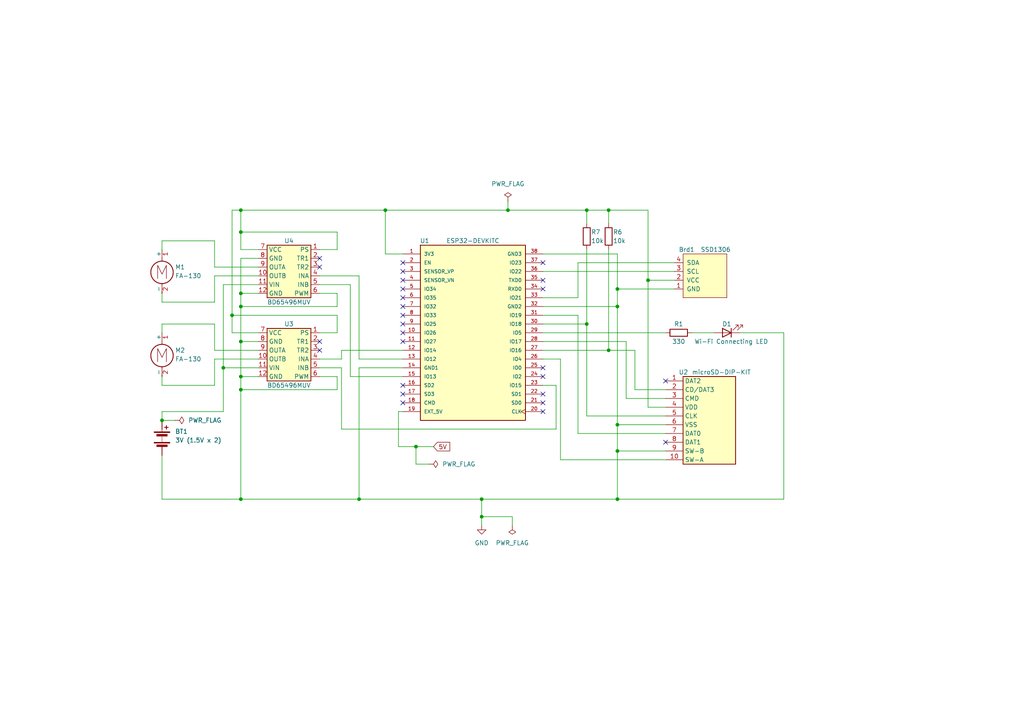
<source format=kicad_sch>
(kicad_sch (version 20230121) (generator eeschema)
  (paper "A4")
  (title_block (title "モーターコントロールサンプル") (date "2024-03-12") (rev "1.0") (comment 1 "SDカードスロット") (comment 2 "OLED(SSD1306)") (comment 3 "モータードライバ(BD65496) x2") (comment 4 "モーター(FA-130) x2"))
  (lib_symbols
    (symbol "Akizuki_Library:microSD_DIP_KIT"
      (property "Reference" "U" (at 0 3.81 0))
      (property "Value" "microSD-DIP-KIT" (at 0 1.27 0))
      (symbol "microSD_DIP_KIT_1_1"
        (rectangle (start -6.35 0) (end 8.89 -25.4) (stroke (width 0.254)) (fill (type background)))
        (pin bidirectional line (at -11.43 -1.27 0) (length 5.08) (name "DAT2") (number "1"))
        (pin passive line (at -11.43 -24.13 0) (length 5.08) (name "SW-A") (number "10"))
        (pin bidirectional line (at -11.43 -3.81 0) (length 5.08) (name "CD/DAT3") (number "2"))
        (pin bidirectional line (at -11.43 -6.35 0) (length 5.08) (name "CMD") (number "3"))
        (pin power_in line (at -11.43 -8.89 0) (length 5.08) (name "VDD") (number "4"))
        (pin bidirectional line (at -11.43 -11.43 0) (length 5.08) (name "CLK") (number "5"))
        (pin power_in line (at -11.43 -13.97 0) (length 5.08) (name "VSS") (number "6"))
        (pin bidirectional line (at -11.43 -16.51 0) (length 5.08) (name "DAT0") (number "7"))
        (pin bidirectional line (at -11.43 -19.05 0) (length 5.08) (name "DAT1") (number "8"))
        (pin passive line (at -11.43 -21.59 0) (length 5.08) (name "SW-B") (number "9"))
      )
    )
    (symbol "BD65496MUV_Driver_1"
      (property "Reference" "U" (at 0 0 0))
      (property "Value" "BD65496MUV" (at 0 -17.78 0))
      (symbol "BD65496MUV_Driver_1_1_1"
        (rectangle (start -6.35 -1.27) (end 6.35 -16.51) (stroke (width 0.254)) (fill (type background)))
        (pin input line (at -8.89 -2.54 0) (length 2.54) (name "PS") (number "1"))
        (pin output line (at 8.89 -10.16 180) (length 2.54) (name "OUTB") (number "10"))
        (pin power_in line (at 8.89 -12.7 180) (length 2.54) (name "VIN") (number "11"))
        (pin power_in line (at 8.89 -15.24 180) (length 2.54) (name "GND") (number "12"))
        (pin input line (at -8.89 -5.08 0) (length 2.54) (name "TR1") (number "2"))
        (pin input line (at -8.89 -7.62 0) (length 2.54) (name "TR2") (number "3"))
        (pin input line (at -8.89 -10.16 0) (length 2.54) (name "INA") (number "4"))
        (pin input line (at -8.89 -12.7 0) (length 2.54) (name "INB") (number "5"))
        (pin input line (at -8.89 -15.24 0) (length 2.54) (name "PWM") (number "6"))
        (pin power_in line (at 8.89 -2.54 180) (length 2.54) (name "VCC") (number "7"))
        (pin power_in line (at 8.89 -5.08 180) (length 2.54) (name "GND") (number "8"))
        (pin output line (at 8.89 -7.62 180) (length 2.54) (name "OUTA") (number "9"))
      )
    )
    (symbol "Device:Battery" (pin_numbers hide) (pin_names (offset 0) hide)
      (property "Reference" "BT" (at 2.54 2.54 0))
      (property "Value" "Battery" (at 2.54 0 0))
      (symbol "Battery_0_1"
        (rectangle (start -2.286 -1.27) (end 2.286 -1.524) (fill (type outline)))
        (rectangle (start -2.286 1.778) (end 2.286 1.524) (fill (type outline)))
        (rectangle (start -1.524 -2.032) (end 1.524 -2.54) (fill (type outline)))
        (rectangle (start -1.524 1.016) (end 1.524 0.508) (fill (type outline)))
        (polyline (pts (xy 0 -1.016) (xy 0 -0.762)))
        (polyline (pts (xy 0 -0.508) (xy 0 -0.254)))
        (polyline (pts (xy 0 0) (xy 0 0.254)))
        (polyline (pts (xy 0 1.778) (xy 0 2.54)))
        (polyline (pts (xy 0.762 3.048) (xy 1.778 3.048)) (stroke (width 0.254)))
        (polyline (pts (xy 1.27 3.556) (xy 1.27 2.54)) (stroke (width 0.254)))
      )
      (symbol "Battery_1_1"
        (pin passive line (at 0 5.08 270) (length 2.54) (name "+") (number "1"))
        (pin passive line (at 0 -5.08 90) (length 2.54) (name "-") (number "2"))
      )
    )
    (symbol "Device:LED" (pin_numbers hide) (pin_names (offset 1.016) hide)
      (property "Reference" "D" (at 0 2.54 0))
      (property "Value" "LED" (at 0 -2.54 0))
      (symbol "LED_0_1"
        (polyline (pts (xy -1.27 -1.27) (xy -1.27 1.27)) (stroke (width 0.254)))
        (polyline (pts (xy -1.27 0) (xy 1.27 0)))
        (polyline (pts (xy 1.27 -1.27) (xy 1.27 1.27) (xy -1.27 0) (xy 1.27 -1.27)) (stroke (width 0.254)))
        (polyline (pts (xy -3.048 -0.762) (xy -4.572 -2.286) (xy -3.81 -2.286) (xy -4.572 -2.286) (xy -4.572 -1.524)))
        (polyline (pts (xy -1.778 -0.762) (xy -3.302 -2.286) (xy -2.54 -2.286) (xy -3.302 -2.286) (xy -3.302 -1.524)))
      )
      (symbol "LED_1_1"
        (pin passive line (at -3.81 0 0) (length 2.54) (name "K") (number "1"))
        (pin passive line (at 3.81 0 180) (length 2.54) (name "A") (number "2"))
      )
    )
    (symbol "Device:R" (pin_numbers hide) (pin_names (offset 0))
      (property "Reference" "R" (at 2.032 0 90))
      (property "Value" "R" (at 0 0 90))
      (symbol "R_0_1"
        (rectangle (start -1.016 -2.54) (end 1.016 2.54) (stroke (width 0.254)))
      )
      (symbol "R_1_1"
        (pin passive line (at 0 3.81 270) (length 1.27) (name "~") (number "1"))
        (pin passive line (at 0 -3.81 90) (length 1.27) (name "~") (number "2"))
      )
    )
    (symbol "ESP32-DEVKITC:ESP32-DEVKITC" (pin_names (offset 1.016))
      (property "Reference" "U" (at -15.2572 26.0643 0))
      (property "Value" "ESP32-DEVKITC" (at -15.2563 -27.9698 0))
      (symbol "ESP32-DEVKITC_0_0"
        (rectangle (start -15.24 -25.4) (end 15.24 25.4) (stroke (width 0.254)) (fill (type background)))
        (pin power_in line (at -20.32 22.86 0) (length 5.08) (name "3V3") (number "1"))
        (pin bidirectional line (at -20.32 0 0) (length 5.08) (name "IO26") (number "10"))
        (pin bidirectional line (at -20.32 -2.54 0) (length 5.08) (name "IO27") (number "11"))
        (pin bidirectional line (at -20.32 -5.08 0) (length 5.08) (name "IO14") (number "12"))
        (pin bidirectional line (at -20.32 -7.62 0) (length 5.08) (name "IO12") (number "13"))
        (pin power_in line (at -20.32 -10.16 0) (length 5.08) (name "GND1") (number "14"))
        (pin bidirectional line (at -20.32 -12.7 0) (length 5.08) (name "IO13") (number "15"))
        (pin bidirectional line (at -20.32 -15.24 0) (length 5.08) (name "SD2") (number "16"))
        (pin bidirectional line (at -20.32 -17.78 0) (length 5.08) (name "SD3") (number "17"))
        (pin bidirectional line (at -20.32 -20.32 0) (length 5.08) (name "CMD") (number "18"))
        (pin power_in line (at -20.32 -22.86 0) (length 5.08) (name "EXT_5V") (number "19"))
        (pin input line (at -20.32 20.32 0) (length 5.08) (name "EN") (number "2"))
        (pin input clock (at 20.32 -22.86 180) (length 5.08) (name "CLK") (number "20"))
        (pin bidirectional line (at 20.32 -20.32 180) (length 5.08) (name "SD0") (number "21"))
        (pin bidirectional line (at 20.32 -17.78 180) (length 5.08) (name "SD1") (number "22"))
        (pin bidirectional line (at 20.32 -15.24 180) (length 5.08) (name "IO15") (number "23"))
        (pin bidirectional line (at 20.32 -12.7 180) (length 5.08) (name "IO2") (number "24"))
        (pin bidirectional line (at 20.32 -10.16 180) (length 5.08) (name "IO0") (number "25"))
        (pin bidirectional line (at 20.32 -7.62 180) (length 5.08) (name "IO4") (number "26"))
        (pin bidirectional line (at 20.32 -5.08 180) (length 5.08) (name "IO16") (number "27"))
        (pin bidirectional line (at 20.32 -2.54 180) (length 5.08) (name "IO17") (number "28"))
        (pin bidirectional line (at 20.32 0 180) (length 5.08) (name "IO5") (number "29"))
        (pin input line (at -20.32 17.78 0) (length 5.08) (name "SENSOR_VP") (number "3"))
        (pin bidirectional line (at 20.32 2.54 180) (length 5.08) (name "IO18") (number "30"))
        (pin bidirectional line (at 20.32 5.08 180) (length 5.08) (name "IO19") (number "31"))
        (pin power_in line (at 20.32 7.62 180) (length 5.08) (name "GND2") (number "32"))
        (pin bidirectional line (at 20.32 10.16 180) (length 5.08) (name "IO21") (number "33"))
        (pin input line (at 20.32 12.7 180) (length 5.08) (name "RXD0") (number "34"))
        (pin output line (at 20.32 15.24 180) (length 5.08) (name "TXD0") (number "35"))
        (pin bidirectional line (at 20.32 17.78 180) (length 5.08) (name "IO22") (number "36"))
        (pin bidirectional line (at 20.32 20.32 180) (length 5.08) (name "IO23") (number "37"))
        (pin power_in line (at 20.32 22.86 180) (length 5.08) (name "GND3") (number "38"))
        (pin input line (at -20.32 15.24 0) (length 5.08) (name "SENSOR_VN") (number "4"))
        (pin bidirectional line (at -20.32 12.7 0) (length 5.08) (name "IO34") (number "5"))
        (pin bidirectional line (at -20.32 10.16 0) (length 5.08) (name "IO35") (number "6"))
        (pin bidirectional line (at -20.32 7.62 0) (length 5.08) (name "IO32") (number "7"))
        (pin bidirectional line (at -20.32 5.08 0) (length 5.08) (name "IO33") (number "8"))
        (pin bidirectional line (at -20.32 2.54 0) (length 5.08) (name "IO25") (number "9"))
      )
    )
    (symbol "Motor:Motor_DC" (pin_names (offset 0))
      (property "Reference" "M" (at 2.54 2.54 0))
      (property "Value" "Motor_DC" (at 2.54 -5.08 0))
      (symbol "Motor_DC_0_0"
        (polyline (pts (xy -1.27 -3.302) (xy -1.27 0.508) (xy 0 -2.032) (xy 1.27 0.508) (xy 1.27 -3.302)))
      )
      (symbol "Motor_DC_0_1"
        (circle (center 0 -1.524) (radius 3.2512) (stroke (width 0.254)))
        (polyline (pts (xy 0 -7.62) (xy 0 -7.112)))
        (polyline (pts (xy 0 -4.7752) (xy 0 -5.1816)))
        (polyline (pts (xy 0 1.7272) (xy 0 2.0828)))
        (polyline (pts (xy 0 2.032) (xy 0 2.54)))
      )
      (symbol "Motor_DC_1_1"
        (pin passive line (at 0 5.08 270) (length 2.54) (name "+") (number "1"))
        (pin passive line (at 0 -7.62 90) (length 2.54) (name "-") (number "2"))
      )
    )
    (symbol "SSD1306-128x64_OLED:SSD1306" (pin_names (offset 1.016))
      (property "Reference" "Brd" (at 0 -3.81 0))
      (property "Value" "SSD1306" (at 0 -1.27 0))
      (symbol "SSD1306_0_1"
        (rectangle (start -6.35 6.35) (end 6.35 -6.35) (fill (type background)))
      )
      (symbol "SSD1306_1_1"
        (pin input line (at -3.81 8.89 270) (length 2.54) (name "GND") (number "1"))
        (pin input line (at -1.27 8.89 270) (length 2.54) (name "VCC") (number "2"))
        (pin input line (at 1.27 8.89 270) (length 2.54) (name "SCL") (number "3"))
        (pin input line (at 3.81 8.89 270) (length 2.54) (name "SDA") (number "4"))
      )
    )
    (symbol "SWITCH_SCIENCE_Library:BD65496MUV_Driver"
      (property "Reference" "U" (at 0 0 0))
      (property "Value" "BD65496MUV" (at 0 -17.78 0))
      (symbol "BD65496MUV_Driver_1_1"
        (rectangle (start -6.35 -1.27) (end 6.35 -16.51) (stroke (width 0.254)) (fill (type background)))
        (pin input line (at -8.89 -2.54 0) (length 2.54) (name "PS") (number "1"))
        (pin output line (at 8.89 -10.16 180) (length 2.54) (name "OUTB") (number "10"))
        (pin power_in line (at 8.89 -12.7 180) (length 2.54) (name "VIN") (number "11"))
        (pin power_in line (at 8.89 -15.24 180) (length 2.54) (name "GND") (number "12"))
        (pin input line (at -8.89 -5.08 0) (length 2.54) (name "TR1") (number "2"))
        (pin input line (at -8.89 -7.62 0) (length 2.54) (name "TR2") (number "3"))
        (pin input line (at -8.89 -10.16 0) (length 2.54) (name "INA") (number "4"))
        (pin input line (at -8.89 -12.7 0) (length 2.54) (name "INB") (number "5"))
        (pin input line (at -8.89 -15.24 0) (length 2.54) (name "PWM") (number "6"))
        (pin power_in line (at 8.89 -2.54 180) (length 2.54) (name "VCC") (number "7"))
        (pin power_in line (at 8.89 -5.08 180) (length 2.54) (name "GND") (number "8"))
        (pin output line (at 8.89 -7.62 180) (length 2.54) (name "OUTA") (number "9"))
      )
    )
    (symbol "power:GND" (power) (pin_names (offset 0))
      (property "Value" "GND" (at 0 -3.81 0))
      (symbol "GND_0_1"
        (polyline (pts (xy 0 0) (xy 0 -1.27) (xy 1.27 -1.27) (xy 0 -2.54) (xy -1.27 -1.27) (xy 0 -1.27)))
      )
      (symbol "GND_1_1"
        (pin power_in line (at 0 0 270) (length 0) hide (name "GND") (number "1"))
      )
    )
    (symbol "power:PWR_FLAG" (power) (pin_numbers hide) (pin_names (offset 0) hide)
      (property "Value" "PWR_FLAG" (at 0 3.81 0))
      (symbol "PWR_FLAG_0_0"
        (pin power_out line (at 0 0 90) (length 0) (name "pwr") (number "1"))
      )
      (symbol "PWR_FLAG_0_1"
        (polyline (pts (xy 0 0) (xy 0 1.27) (xy -1.016 1.905) (xy 0 2.54) (xy 1.016 1.905) (xy 0 1.27)))
      )
    )
  )
  (junction (at 64.77 106.68))
  (junction (at 69.85 109.22))
  (junction (at 187.96 81.28))
  (junction (at 179.07 83.82))
  (junction (at 67.31 91.44))
  (junction (at 179.07 130.81))
  (junction (at 170.18 93.98))
  (junction (at 69.85 99.06))
  (junction (at 179.07 88.9))
  (junction (at 46.99 121.92))
  (junction (at 69.85 60.96))
  (junction (at 176.53 60.96))
  (junction (at 176.53 101.6))
  (junction (at 139.7 149.86))
  (junction (at 139.7 144.78))
  (junction (at 111.76 60.96))
  (junction (at 179.07 144.78))
  (junction (at 170.18 60.96))
  (junction (at 69.85 113.03))
  (junction (at 147.32 60.96))
  (junction (at 179.07 123.19))
  (junction (at 69.85 85.09))
  (junction (at 120.65 129.54))
  (junction (at 69.85 144.78))
  (junction (at 69.85 88.9))
  (junction (at 69.85 67.31))
  (junction (at 104.14 144.78))
  (no_connect (at 157.48 109.22))
  (no_connect (at 116.84 91.44))
  (no_connect (at 157.48 119.38))
  (no_connect (at 193.04 128.27))
  (no_connect (at 92.71 99.06))
  (no_connect (at 92.71 74.93))
  (no_connect (at 116.84 83.82))
  (no_connect (at 116.84 96.52))
  (no_connect (at 157.48 114.3))
  (no_connect (at 193.04 110.49))
  (no_connect (at 116.84 78.74))
  (no_connect (at 157.48 76.2))
  (no_connect (at 157.48 83.82))
  (no_connect (at 116.84 111.76))
  (no_connect (at 116.84 116.84))
  (no_connect (at 157.48 116.84))
  (no_connect (at 116.84 86.36))
  (no_connect (at 157.48 81.28))
  (no_connect (at 92.71 77.47))
  (no_connect (at 116.84 88.9))
  (no_connect (at 116.84 99.06))
  (no_connect (at 157.48 106.68))
  (no_connect (at 116.84 93.98))
  (no_connect (at 116.84 76.2))
  (no_connect (at 116.84 114.3))
  (no_connect (at 116.84 81.28))
  (no_connect (at 92.71 101.6))
  (wire (pts (xy 161.29 111.76) (xy 161.29 124.46)))
  (wire (pts (xy 170.18 64.77) (xy 170.18 60.96)))
  (wire (pts (xy 167.64 125.73) (xy 167.64 91.44)))
  (wire (pts (xy 69.85 60.96) (xy 69.85 67.31)))
  (wire (pts (xy 116.84 104.14) (xy 104.14 104.14)))
  (wire (pts (xy 62.23 111.76) (xy 46.99 111.76)))
  (wire (pts (xy 62.23 87.63) (xy 62.23 80.01)))
  (wire (pts (xy 120.65 129.54) (xy 115.57 129.54)))
  (wire (pts (xy 46.99 119.38) (xy 46.99 121.92)))
  (wire (pts (xy 64.77 106.68) (xy 74.93 106.68)))
  (wire (pts (xy 69.85 99.06) (xy 74.93 99.06)))
  (wire (pts (xy 67.31 96.52) (xy 67.31 91.44)))
  (wire (pts (xy 97.79 67.31) (xy 97.79 72.39)))
  (wire (pts (xy 69.85 72.39) (xy 74.93 72.39)))
  (wire (pts (xy 116.84 73.66) (xy 111.76 73.66)))
  (wire (pts (xy 157.48 86.36) (xy 167.64 86.36)))
  (wire (pts (xy 167.64 76.2) (xy 195.58 76.2)))
  (wire (pts (xy 139.7 149.86) (xy 139.7 152.4)))
  (wire (pts (xy 62.23 77.47) (xy 62.23 69.85)))
  (wire (pts (xy 92.71 72.39) (xy 97.79 72.39)))
  (wire (pts (xy 74.93 101.6) (xy 62.23 101.6)))
  (wire (pts (xy 157.48 88.9) (xy 179.07 88.9)))
  (wire (pts (xy 62.23 93.98) (xy 46.99 93.98)))
  (wire (pts (xy 157.48 91.44) (xy 167.64 91.44)))
  (wire (pts (xy 157.48 78.74) (xy 195.58 78.74)))
  (wire (pts (xy 74.93 96.52) (xy 67.31 96.52)))
  (wire (pts (xy 69.85 88.9) (xy 97.79 88.9)))
  (wire (pts (xy 74.93 74.93) (xy 69.85 74.93)))
  (wire (pts (xy 104.14 80.01) (xy 104.14 104.14)))
  (wire (pts (xy 148.59 149.86) (xy 139.7 149.86)))
  (wire (pts (xy 116.84 101.6) (xy 99.06 101.6)))
  (wire (pts (xy 99.06 104.14) (xy 92.71 104.14)))
  (wire (pts (xy 64.77 119.38) (xy 46.99 119.38)))
  (wire (pts (xy 162.56 133.35) (xy 193.04 133.35)))
  (wire (pts (xy 46.99 121.92) (xy 50.8 121.92)))
  (wire (pts (xy 46.99 132.08) (xy 46.99 144.78)))
  (wire (pts (xy 64.77 106.68) (xy 64.77 119.38)))
  (wire (pts (xy 104.14 106.68) (xy 104.14 144.78)))
  (wire (pts (xy 69.85 67.31) (xy 97.79 67.31)))
  (wire (pts (xy 92.71 96.52) (xy 97.79 96.52)))
  (wire (pts (xy 101.6 82.55) (xy 101.6 109.22)))
  (wire (pts (xy 46.99 85.09) (xy 46.99 87.63)))
  (wire (pts (xy 200.66 96.52) (xy 207.01 96.52)))
  (wire (pts (xy 67.31 60.96) (xy 67.31 91.44)))
  (wire (pts (xy 104.14 80.01) (xy 92.71 80.01)))
  (wire (pts (xy 62.23 69.85) (xy 46.99 69.85)))
  (wire (pts (xy 139.7 144.78) (xy 139.7 149.86)))
  (wire (pts (xy 157.48 99.06) (xy 181.61 99.06)))
  (wire (pts (xy 69.85 109.22) (xy 74.93 109.22)))
  (wire (pts (xy 46.99 69.85) (xy 46.99 72.39)))
  (wire (pts (xy 179.07 130.81) (xy 193.04 130.81)))
  (wire (pts (xy 176.53 72.39) (xy 176.53 101.6)))
  (wire (pts (xy 157.48 111.76) (xy 161.29 111.76)))
  (wire (pts (xy 176.53 60.96) (xy 187.96 60.96)))
  (wire (pts (xy 170.18 72.39) (xy 170.18 93.98)))
  (wire (pts (xy 184.15 101.6) (xy 184.15 113.03)))
  (wire (pts (xy 69.85 85.09) (xy 74.93 85.09)))
  (wire (pts (xy 99.06 106.68) (xy 92.71 106.68)))
  (wire (pts (xy 104.14 144.78) (xy 139.7 144.78)))
  (wire (pts (xy 157.48 101.6) (xy 176.53 101.6)))
  (wire (pts (xy 147.32 58.42) (xy 147.32 60.96)))
  (wire (pts (xy 179.07 123.19) (xy 179.07 130.81)))
  (wire (pts (xy 67.31 91.44) (xy 97.79 91.44)))
  (wire (pts (xy 157.48 96.52) (xy 193.04 96.52)))
  (wire (pts (xy 67.31 60.96) (xy 69.85 60.96)))
  (wire (pts (xy 179.07 88.9) (xy 179.07 123.19)))
  (wire (pts (xy 120.65 134.62) (xy 120.65 129.54)))
  (wire (pts (xy 46.99 144.78) (xy 69.85 144.78)))
  (wire (pts (xy 181.61 115.57) (xy 193.04 115.57)))
  (wire (pts (xy 125.73 129.54) (xy 120.65 129.54)))
  (wire (pts (xy 176.53 101.6) (xy 184.15 101.6)))
  (wire (pts (xy 97.79 96.52) (xy 97.79 91.44)))
  (wire (pts (xy 69.85 144.78) (xy 104.14 144.78)))
  (wire (pts (xy 124.46 134.62) (xy 120.65 134.62)))
  (wire (pts (xy 101.6 109.22) (xy 116.84 109.22)))
  (wire (pts (xy 162.56 133.35) (xy 162.56 104.14)))
  (wire (pts (xy 187.96 81.28) (xy 187.96 118.11)))
  (wire (pts (xy 157.48 93.98) (xy 170.18 93.98)))
  (wire (pts (xy 62.23 104.14) (xy 62.23 111.76)))
  (wire (pts (xy 46.99 109.22) (xy 46.99 111.76)))
  (wire (pts (xy 111.76 60.96) (xy 69.85 60.96)))
  (wire (pts (xy 157.48 73.66) (xy 179.07 73.66)))
  (wire (pts (xy 74.93 104.14) (xy 62.23 104.14)))
  (wire (pts (xy 69.85 85.09) (xy 69.85 88.9)))
  (wire (pts (xy 92.71 85.09) (xy 97.79 85.09)))
  (wire (pts (xy 62.23 101.6) (xy 62.23 93.98)))
  (wire (pts (xy 69.85 113.03) (xy 97.79 113.03)))
  (wire (pts (xy 193.04 123.19) (xy 179.07 123.19)))
  (wire (pts (xy 179.07 144.78) (xy 227.33 144.78)))
  (wire (pts (xy 161.29 124.46) (xy 99.06 124.46)))
  (wire (pts (xy 187.96 60.96) (xy 187.96 81.28)))
  (wire (pts (xy 97.79 109.22) (xy 97.79 113.03)))
  (wire (pts (xy 97.79 85.09) (xy 97.79 88.9)))
  (wire (pts (xy 62.23 80.01) (xy 74.93 80.01)))
  (wire (pts (xy 170.18 120.65) (xy 170.18 93.98)))
  (wire (pts (xy 179.07 83.82) (xy 179.07 88.9)))
  (wire (pts (xy 176.53 64.77) (xy 176.53 60.96)))
  (wire (pts (xy 69.85 88.9) (xy 69.85 99.06)))
  (wire (pts (xy 184.15 113.03) (xy 193.04 113.03)))
  (wire (pts (xy 99.06 124.46) (xy 99.06 106.68)))
  (wire (pts (xy 111.76 73.66) (xy 111.76 60.96)))
  (wire (pts (xy 179.07 73.66) (xy 179.07 83.82)))
  (wire (pts (xy 69.85 99.06) (xy 69.85 109.22)))
  (wire (pts (xy 69.85 74.93) (xy 69.85 85.09)))
  (wire (pts (xy 148.59 152.4) (xy 148.59 149.86)))
  (wire (pts (xy 187.96 81.28) (xy 195.58 81.28)))
  (wire (pts (xy 69.85 67.31) (xy 69.85 72.39)))
  (wire (pts (xy 170.18 60.96) (xy 176.53 60.96)))
  (wire (pts (xy 46.99 87.63) (xy 62.23 87.63)))
  (wire (pts (xy 111.76 60.96) (xy 147.32 60.96)))
  (wire (pts (xy 187.96 118.11) (xy 193.04 118.11)))
  (wire (pts (xy 74.93 77.47) (xy 62.23 77.47)))
  (wire (pts (xy 214.63 96.52) (xy 227.33 96.52)))
  (wire (pts (xy 115.57 119.38) (xy 116.84 119.38)))
  (wire (pts (xy 227.33 96.52) (xy 227.33 144.78)))
  (wire (pts (xy 157.48 104.14) (xy 162.56 104.14)))
  (wire (pts (xy 181.61 99.06) (xy 181.61 115.57)))
  (wire (pts (xy 167.64 86.36) (xy 167.64 76.2)))
  (wire (pts (xy 64.77 82.55) (xy 74.93 82.55)))
  (wire (pts (xy 99.06 101.6) (xy 99.06 104.14)))
  (wire (pts (xy 46.99 93.98) (xy 46.99 96.52)))
  (wire (pts (xy 116.84 106.68) (xy 104.14 106.68)))
  (wire (pts (xy 179.07 130.81) (xy 179.07 144.78)))
  (wire (pts (xy 115.57 129.54) (xy 115.57 119.38)))
  (wire (pts (xy 69.85 109.22) (xy 69.85 113.03)))
  (wire (pts (xy 92.71 109.22) (xy 97.79 109.22)))
  (wire (pts (xy 170.18 120.65) (xy 193.04 120.65)))
  (wire (pts (xy 147.32 60.96) (xy 170.18 60.96)))
  (wire (pts (xy 92.71 82.55) (xy 101.6 82.55)))
  (wire (pts (xy 139.7 144.78) (xy 179.07 144.78)))
  (wire (pts (xy 195.58 83.82) (xy 179.07 83.82)))
  (wire (pts (xy 69.85 113.03) (xy 69.85 144.78)))
  (wire (pts (xy 167.64 125.73) (xy 193.04 125.73)))
  (wire (pts (xy 64.77 82.55) (xy 64.77 106.68)))
  (global_label "5V" (shape input) (at 125.73 129.54 0) (property "Intersheetrefs" "${INTERSHEET_REFS}" (effects hide)))
  (symbol (lib_id "Device:LED") (at 210.82 96.52 180) (unit 1)
    (property "Reference" "D1" (at 210.82 93.98 0))
    (property "Value" "Wi-Fi Connecting LED" (at 212.09 99.06 0))
    (property "Footprint" "LED_THT:LED_D5.0mm" (effects hide))
  )
  (symbol (lib_id "Motor:Motor_DC") (at 46.99 77.47 0) (unit 1)
    (property "Reference" "M1" (at 50.8 77.47 0) (effects (justify left)))
    (property "Value" "FA-130" (at 50.8 80.01 0) (effects (justify left)))
    (property "Footprint" "Connector_PinHeader_1.27mm:PinHeader_1x02_P1.27mm_Vertical" (effects hide))
  )
  (symbol (lib_id "power:PWR_FLAG") (at 50.8 121.92 270) (unit 1)
    (property "Reference" "#FLG04" (effects hide))
    (property "Value" "PWR_FLAG" (at 54.61 121.92 90) (effects (justify left)))
  )
  (symbol (lib_id "Akizuki_Library:microSD_DIP_KIT") (at 204.47 109.22 0) (unit 1)
    (property "Reference" "U2" (at 196.85 107.95 0) (effects (justify left)))
    (property "Value" "microSD-DIP-KIT" (at 200.66 107.95 0) (effects (justify left)))
    (property "Footprint" "Akizuki_Library:microSD-DIP-Kit" (effects hide))
    (property "Datasheet" "https://akizukidenshi.com/catalog/g/gK-05488/" (effects hide))
  )
  (symbol (lib_id "SSD1306-128x64_OLED:SSD1306") (at 204.47 80.01 90) (unit 1)
    (property "Reference" "Brd1" (at 196.85 72.39 90) (effects (justify right)))
    (property "Value" "SSD1306" (at 203.2 72.39 90) (effects (justify right)))
    (property "Footprint" "SSD1306:128x64OLED" (effects hide))
  )
  (symbol (lib_id "power:PWR_FLAG") (at 147.32 58.42 0) (unit 1)
    (property "Reference" "#FLG03" (effects hide))
    (property "Value" "PWR_FLAG" (at 147.32 53.34 0))
  )
  (symbol (lib_id "Device:R") (at 196.85 96.52 90) (unit 1)
    (property "Reference" "R1" (at 196.85 93.98 90))
    (property "Value" "330" (at 196.85 99.06 90))
    (property "Footprint" "Resistor_THT:R_Axial_DIN0204_L3.6mm_D1.6mm_P5.08mm_Horizontal" (effects hide))
  )
  (symbol (lib_id "Device:R") (at 170.18 68.58 0) (unit 1)
    (property "Reference" "R7" (at 171.45 67.31 0) (effects (justify left)))
    (property "Value" "10k" (at 171.45 69.85 0) (effects (justify left)))
    (property "Footprint" "Resistor_THT:R_Axial_DIN0204_L3.6mm_D1.6mm_P5.08mm_Horizontal" (effects hide))
  )
  (symbol (lib_id "power:GND") (at 139.7 152.4 0) (unit 1)
    (property "Reference" "#PWR01" (effects hide))
    (property "Value" "GND" (at 139.7 157.48 0))
  )
  (symbol (lib_id "power:PWR_FLAG") (at 148.59 152.4 180) (unit 1)
    (property "Reference" "#FLG01" (effects hide))
    (property "Value" "PWR_FLAG" (at 148.59 157.48 0))
  )
  (symbol (lib_name "BD65496MUV_Driver_1") (lib_id "SWITCH_SCIENCE_Library:BD65496MUV_Driver") (at 83.82 69.85 0) (mirror y) (unit 1)
    (property "Reference" "U4" (at 83.82 69.85 0))
    (property "Value" "BD65496MUV" (at 83.82 87.63 0))
    (property "Footprint" "SWITCH_SCIENCE:BD65496MUV" (effects hide))
    (property "Datasheet" "https://www.switch-science.com/products/2422" (effects hide))
  )
  (symbol (lib_id "Device:R") (at 176.53 68.58 0) (unit 1)
    (property "Reference" "R6" (at 177.8 67.31 0) (effects (justify left)))
    (property "Value" "10k" (at 177.8 69.85 0) (effects (justify left)))
    (property "Footprint" "Resistor_THT:R_Axial_DIN0204_L3.6mm_D1.6mm_P5.08mm_Horizontal" (effects hide))
  )
  (symbol (lib_id "Motor:Motor_DC") (at 46.99 101.6 0) (unit 1)
    (property "Reference" "M2" (at 50.8 101.6 0) (effects (justify left)))
    (property "Value" "FA-130" (at 50.8 104.14 0) (effects (justify left)))
    (property "Footprint" "Connector_PinHeader_1.27mm:PinHeader_1x02_P1.27mm_Vertical" (effects hide))
  )
  (symbol (lib_id "power:PWR_FLAG") (at 124.46 134.62 270) (unit 1)
    (property "Reference" "#FLG02" (effects hide))
    (property "Value" "PWR_FLAG" (at 128.27 134.62 90) (effects (justify left)))
  )
  (symbol (lib_id "Device:Battery") (at 46.99 127 0) (unit 1)
    (property "Reference" "BT1" (at 50.8 125.1585 0) (effects (justify left)))
    (property "Value" "3V (1.5V x 2)" (at 50.8 127.6985 0) (effects (justify left)))
    (property "Footprint" "Connector_PinHeader_1.27mm:PinHeader_1x02_P1.27mm_Vertical" (effects hide))
  )
  (symbol (lib_id "SWITCH_SCIENCE_Library:BD65496MUV_Driver") (at 83.82 93.98 0) (mirror y) (unit 1)
    (property "Reference" "U3" (at 83.82 93.98 0))
    (property "Value" "BD65496MUV" (at 83.82 111.76 0))
    (property "Footprint" "SWITCH_SCIENCE:BD65496MUV" (effects hide))
    (property "Datasheet" "https://www.switch-science.com/products/2422" (effects hide))
  )
  (symbol (lib_id "ESP32-DEVKITC:ESP32-DEVKITC") (at 137.16 96.52 0) (unit 1)
    (property "Reference" "U1" (at 123.19 69.85 0))
    (property "Value" "ESP32-DEVKITC" (at 137.16 69.85 0))
    (property "Footprint" "ESP32-DEVKITC:MODULE_ESP32-DEVKITC" (effects hide))
    (property "MF" "Espressif Systems" (effects hide))
    (property "Description" "\nESP32-WROOM-32UE シリーズ トランシーバー; 802.11 b/g/n (Wi-Fi、WiFi、WLAN)、Bluetooth ® Smart Ready 4.x デュアルモード評価ボード\n" (effects hide))
    (property "Package" "None" (effects hide))
    (property "Price" "None" (effects hide))
    (property "Check_prices" "https://www.snapeda.com/parts/ESP32-DEVKITC/Espressif+Systems/view-part/?ref=eda" (effects hide))
    (property "STANDARD" "Manufacturer Recommendations" (effects hide))
    (property "PARTREV" "N/A" (effects hide))
    (property "SnapEDA_Link" "https://www.snapeda.com/parts/ESP32-DEVKITC/Espressif+Systems/view-part/?ref=snap" (effects hide))
    (property "MP" "ESP32-DEVKITC" (effects hide))
    (property "Availability" "In Stock" (effects hide))
    (property "MANUFACTURER" "ESPRESSIF" (effects hide))
  )
)
</source>
